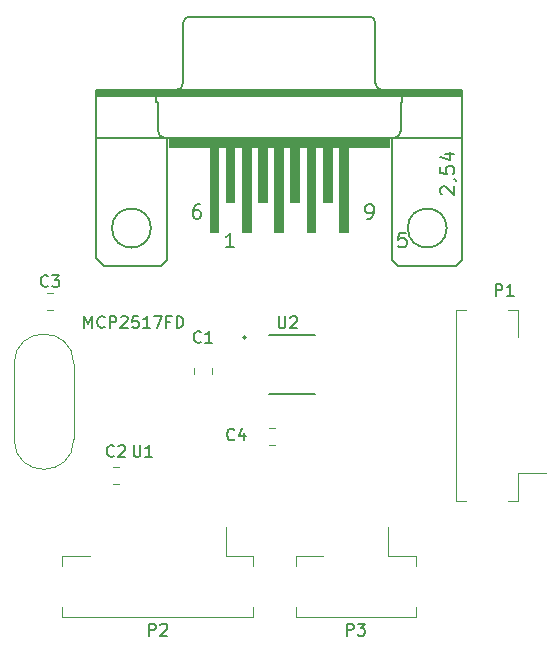
<source format=gto>
G04 #@! TF.GenerationSoftware,KiCad,Pcbnew,8.0.6*
G04 #@! TF.CreationDate,2025-01-13T19:20:44-05:00*
G04 #@! TF.ProjectId,yy_CAN_board,79795f43-414e-45f6-926f-6172642e6b69,1.0*
G04 #@! TF.SameCoordinates,Original*
G04 #@! TF.FileFunction,Legend,Top*
G04 #@! TF.FilePolarity,Positive*
%FSLAX46Y46*%
G04 Gerber Fmt 4.6, Leading zero omitted, Abs format (unit mm)*
G04 Created by KiCad (PCBNEW 8.0.6) date 2025-01-13 19:20:44*
%MOMM*%
%LPD*%
G01*
G04 APERTURE LIST*
%ADD10C,0.150000*%
%ADD11C,0.127000*%
%ADD12C,0.120000*%
%ADD13C,0.000000*%
%ADD14C,0.152400*%
%ADD15C,0.200000*%
G04 APERTURE END LIST*
D10*
X162091505Y-102040219D02*
X162091505Y-101040219D01*
X162091505Y-101040219D02*
X162472457Y-101040219D01*
X162472457Y-101040219D02*
X162567695Y-101087838D01*
X162567695Y-101087838D02*
X162615314Y-101135457D01*
X162615314Y-101135457D02*
X162662933Y-101230695D01*
X162662933Y-101230695D02*
X162662933Y-101373552D01*
X162662933Y-101373552D02*
X162615314Y-101468790D01*
X162615314Y-101468790D02*
X162567695Y-101516409D01*
X162567695Y-101516409D02*
X162472457Y-101564028D01*
X162472457Y-101564028D02*
X162091505Y-101564028D01*
X163615314Y-102040219D02*
X163043886Y-102040219D01*
X163329600Y-102040219D02*
X163329600Y-101040219D01*
X163329600Y-101040219D02*
X163234362Y-101183076D01*
X163234362Y-101183076D02*
X163139124Y-101278314D01*
X163139124Y-101278314D02*
X163043886Y-101325933D01*
X149511905Y-130804819D02*
X149511905Y-129804819D01*
X149511905Y-129804819D02*
X149892857Y-129804819D01*
X149892857Y-129804819D02*
X149988095Y-129852438D01*
X149988095Y-129852438D02*
X150035714Y-129900057D01*
X150035714Y-129900057D02*
X150083333Y-129995295D01*
X150083333Y-129995295D02*
X150083333Y-130138152D01*
X150083333Y-130138152D02*
X150035714Y-130233390D01*
X150035714Y-130233390D02*
X149988095Y-130281009D01*
X149988095Y-130281009D02*
X149892857Y-130328628D01*
X149892857Y-130328628D02*
X149511905Y-130328628D01*
X150416667Y-129804819D02*
X151035714Y-129804819D01*
X151035714Y-129804819D02*
X150702381Y-130185771D01*
X150702381Y-130185771D02*
X150845238Y-130185771D01*
X150845238Y-130185771D02*
X150940476Y-130233390D01*
X150940476Y-130233390D02*
X150988095Y-130281009D01*
X150988095Y-130281009D02*
X151035714Y-130376247D01*
X151035714Y-130376247D02*
X151035714Y-130614342D01*
X151035714Y-130614342D02*
X150988095Y-130709580D01*
X150988095Y-130709580D02*
X150940476Y-130757200D01*
X150940476Y-130757200D02*
X150845238Y-130804819D01*
X150845238Y-130804819D02*
X150559524Y-130804819D01*
X150559524Y-130804819D02*
X150464286Y-130757200D01*
X150464286Y-130757200D02*
X150416667Y-130709580D01*
X132761905Y-130804819D02*
X132761905Y-129804819D01*
X132761905Y-129804819D02*
X133142857Y-129804819D01*
X133142857Y-129804819D02*
X133238095Y-129852438D01*
X133238095Y-129852438D02*
X133285714Y-129900057D01*
X133285714Y-129900057D02*
X133333333Y-129995295D01*
X133333333Y-129995295D02*
X133333333Y-130138152D01*
X133333333Y-130138152D02*
X133285714Y-130233390D01*
X133285714Y-130233390D02*
X133238095Y-130281009D01*
X133238095Y-130281009D02*
X133142857Y-130328628D01*
X133142857Y-130328628D02*
X132761905Y-130328628D01*
X133714286Y-129900057D02*
X133761905Y-129852438D01*
X133761905Y-129852438D02*
X133857143Y-129804819D01*
X133857143Y-129804819D02*
X134095238Y-129804819D01*
X134095238Y-129804819D02*
X134190476Y-129852438D01*
X134190476Y-129852438D02*
X134238095Y-129900057D01*
X134238095Y-129900057D02*
X134285714Y-129995295D01*
X134285714Y-129995295D02*
X134285714Y-130090533D01*
X134285714Y-130090533D02*
X134238095Y-130233390D01*
X134238095Y-130233390D02*
X133666667Y-130804819D01*
X133666667Y-130804819D02*
X134285714Y-130804819D01*
X139972933Y-114184980D02*
X139925314Y-114232600D01*
X139925314Y-114232600D02*
X139782457Y-114280219D01*
X139782457Y-114280219D02*
X139687219Y-114280219D01*
X139687219Y-114280219D02*
X139544362Y-114232600D01*
X139544362Y-114232600D02*
X139449124Y-114137361D01*
X139449124Y-114137361D02*
X139401505Y-114042123D01*
X139401505Y-114042123D02*
X139353886Y-113851647D01*
X139353886Y-113851647D02*
X139353886Y-113708790D01*
X139353886Y-113708790D02*
X139401505Y-113518314D01*
X139401505Y-113518314D02*
X139449124Y-113423076D01*
X139449124Y-113423076D02*
X139544362Y-113327838D01*
X139544362Y-113327838D02*
X139687219Y-113280219D01*
X139687219Y-113280219D02*
X139782457Y-113280219D01*
X139782457Y-113280219D02*
X139925314Y-113327838D01*
X139925314Y-113327838D02*
X139972933Y-113375457D01*
X140830076Y-113613552D02*
X140830076Y-114280219D01*
X140591981Y-113232600D02*
X140353886Y-113946885D01*
X140353886Y-113946885D02*
X140972933Y-113946885D01*
D11*
X137047485Y-94304243D02*
X136817675Y-94304243D01*
X136817675Y-94304243D02*
X136702771Y-94361695D01*
X136702771Y-94361695D02*
X136645318Y-94419148D01*
X136645318Y-94419148D02*
X136530413Y-94591505D01*
X136530413Y-94591505D02*
X136472961Y-94821314D01*
X136472961Y-94821314D02*
X136472961Y-95280933D01*
X136472961Y-95280933D02*
X136530413Y-95395838D01*
X136530413Y-95395838D02*
X136587866Y-95453291D01*
X136587866Y-95453291D02*
X136702771Y-95510743D01*
X136702771Y-95510743D02*
X136932580Y-95510743D01*
X136932580Y-95510743D02*
X137047485Y-95453291D01*
X137047485Y-95453291D02*
X137104937Y-95395838D01*
X137104937Y-95395838D02*
X137162390Y-95280933D01*
X137162390Y-95280933D02*
X137162390Y-94993671D01*
X137162390Y-94993671D02*
X137104937Y-94878767D01*
X137104937Y-94878767D02*
X137047485Y-94821314D01*
X137047485Y-94821314D02*
X136932580Y-94763862D01*
X136932580Y-94763862D02*
X136702771Y-94763862D01*
X136702771Y-94763862D02*
X136587866Y-94821314D01*
X136587866Y-94821314D02*
X136530413Y-94878767D01*
X136530413Y-94878767D02*
X136472961Y-94993671D01*
X151192866Y-95510743D02*
X151422675Y-95510743D01*
X151422675Y-95510743D02*
X151537580Y-95453291D01*
X151537580Y-95453291D02*
X151595032Y-95395838D01*
X151595032Y-95395838D02*
X151709937Y-95223481D01*
X151709937Y-95223481D02*
X151767390Y-94993671D01*
X151767390Y-94993671D02*
X151767390Y-94534052D01*
X151767390Y-94534052D02*
X151709937Y-94419148D01*
X151709937Y-94419148D02*
X151652485Y-94361695D01*
X151652485Y-94361695D02*
X151537580Y-94304243D01*
X151537580Y-94304243D02*
X151307771Y-94304243D01*
X151307771Y-94304243D02*
X151192866Y-94361695D01*
X151192866Y-94361695D02*
X151135413Y-94419148D01*
X151135413Y-94419148D02*
X151077961Y-94534052D01*
X151077961Y-94534052D02*
X151077961Y-94821314D01*
X151077961Y-94821314D02*
X151135413Y-94936219D01*
X151135413Y-94936219D02*
X151192866Y-94993671D01*
X151192866Y-94993671D02*
X151307771Y-95051124D01*
X151307771Y-95051124D02*
X151537580Y-95051124D01*
X151537580Y-95051124D02*
X151652485Y-94993671D01*
X151652485Y-94993671D02*
X151709937Y-94936219D01*
X151709937Y-94936219D02*
X151767390Y-94821314D01*
X139952390Y-97920743D02*
X139262961Y-97920743D01*
X139607675Y-97920743D02*
X139607675Y-96714243D01*
X139607675Y-96714243D02*
X139492771Y-96886600D01*
X139492771Y-96886600D02*
X139377866Y-97001505D01*
X139377866Y-97001505D02*
X139262961Y-97058957D01*
X154499937Y-96714243D02*
X153925413Y-96714243D01*
X153925413Y-96714243D02*
X153867961Y-97288767D01*
X153867961Y-97288767D02*
X153925413Y-97231314D01*
X153925413Y-97231314D02*
X154040318Y-97173862D01*
X154040318Y-97173862D02*
X154327580Y-97173862D01*
X154327580Y-97173862D02*
X154442485Y-97231314D01*
X154442485Y-97231314D02*
X154499937Y-97288767D01*
X154499937Y-97288767D02*
X154557390Y-97403671D01*
X154557390Y-97403671D02*
X154557390Y-97690933D01*
X154557390Y-97690933D02*
X154499937Y-97805838D01*
X154499937Y-97805838D02*
X154442485Y-97863291D01*
X154442485Y-97863291D02*
X154327580Y-97920743D01*
X154327580Y-97920743D02*
X154040318Y-97920743D01*
X154040318Y-97920743D02*
X153925413Y-97863291D01*
X153925413Y-97863291D02*
X153867961Y-97805838D01*
X157519748Y-93446638D02*
X157462295Y-93389186D01*
X157462295Y-93389186D02*
X157404843Y-93274281D01*
X157404843Y-93274281D02*
X157404843Y-92987019D01*
X157404843Y-92987019D02*
X157462295Y-92872114D01*
X157462295Y-92872114D02*
X157519748Y-92814662D01*
X157519748Y-92814662D02*
X157634652Y-92757209D01*
X157634652Y-92757209D02*
X157749557Y-92757209D01*
X157749557Y-92757209D02*
X157921914Y-92814662D01*
X157921914Y-92814662D02*
X158611343Y-93504090D01*
X158611343Y-93504090D02*
X158611343Y-92757209D01*
X158553891Y-92182685D02*
X158611343Y-92182685D01*
X158611343Y-92182685D02*
X158726248Y-92240138D01*
X158726248Y-92240138D02*
X158783700Y-92297590D01*
X157404843Y-91091090D02*
X157404843Y-91665614D01*
X157404843Y-91665614D02*
X157979367Y-91723066D01*
X157979367Y-91723066D02*
X157921914Y-91665614D01*
X157921914Y-91665614D02*
X157864462Y-91550709D01*
X157864462Y-91550709D02*
X157864462Y-91263447D01*
X157864462Y-91263447D02*
X157921914Y-91148542D01*
X157921914Y-91148542D02*
X157979367Y-91091090D01*
X157979367Y-91091090D02*
X158094271Y-91033637D01*
X158094271Y-91033637D02*
X158381533Y-91033637D01*
X158381533Y-91033637D02*
X158496438Y-91091090D01*
X158496438Y-91091090D02*
X158553891Y-91148542D01*
X158553891Y-91148542D02*
X158611343Y-91263447D01*
X158611343Y-91263447D02*
X158611343Y-91550709D01*
X158611343Y-91550709D02*
X158553891Y-91665614D01*
X158553891Y-91665614D02*
X158496438Y-91723066D01*
X157807010Y-89999494D02*
X158611343Y-89999494D01*
X157347391Y-90286756D02*
X158209176Y-90574018D01*
X158209176Y-90574018D02*
X158209176Y-89827137D01*
D10*
X143727695Y-103783219D02*
X143727695Y-104592742D01*
X143727695Y-104592742D02*
X143775314Y-104687980D01*
X143775314Y-104687980D02*
X143822933Y-104735600D01*
X143822933Y-104735600D02*
X143918171Y-104783219D01*
X143918171Y-104783219D02*
X144108647Y-104783219D01*
X144108647Y-104783219D02*
X144203885Y-104735600D01*
X144203885Y-104735600D02*
X144251504Y-104687980D01*
X144251504Y-104687980D02*
X144299123Y-104592742D01*
X144299123Y-104592742D02*
X144299123Y-103783219D01*
X144727695Y-103878457D02*
X144775314Y-103830838D01*
X144775314Y-103830838D02*
X144870552Y-103783219D01*
X144870552Y-103783219D02*
X145108647Y-103783219D01*
X145108647Y-103783219D02*
X145203885Y-103830838D01*
X145203885Y-103830838D02*
X145251504Y-103878457D01*
X145251504Y-103878457D02*
X145299123Y-103973695D01*
X145299123Y-103973695D02*
X145299123Y-104068933D01*
X145299123Y-104068933D02*
X145251504Y-104211790D01*
X145251504Y-104211790D02*
X144680076Y-104783219D01*
X144680076Y-104783219D02*
X145299123Y-104783219D01*
X137143933Y-105924980D02*
X137096314Y-105972600D01*
X137096314Y-105972600D02*
X136953457Y-106020219D01*
X136953457Y-106020219D02*
X136858219Y-106020219D01*
X136858219Y-106020219D02*
X136715362Y-105972600D01*
X136715362Y-105972600D02*
X136620124Y-105877361D01*
X136620124Y-105877361D02*
X136572505Y-105782123D01*
X136572505Y-105782123D02*
X136524886Y-105591647D01*
X136524886Y-105591647D02*
X136524886Y-105448790D01*
X136524886Y-105448790D02*
X136572505Y-105258314D01*
X136572505Y-105258314D02*
X136620124Y-105163076D01*
X136620124Y-105163076D02*
X136715362Y-105067838D01*
X136715362Y-105067838D02*
X136858219Y-105020219D01*
X136858219Y-105020219D02*
X136953457Y-105020219D01*
X136953457Y-105020219D02*
X137096314Y-105067838D01*
X137096314Y-105067838D02*
X137143933Y-105115457D01*
X138096314Y-106020219D02*
X137524886Y-106020219D01*
X137810600Y-106020219D02*
X137810600Y-105020219D01*
X137810600Y-105020219D02*
X137715362Y-105163076D01*
X137715362Y-105163076D02*
X137620124Y-105258314D01*
X137620124Y-105258314D02*
X137524886Y-105305933D01*
X124189933Y-101196980D02*
X124142314Y-101244600D01*
X124142314Y-101244600D02*
X123999457Y-101292219D01*
X123999457Y-101292219D02*
X123904219Y-101292219D01*
X123904219Y-101292219D02*
X123761362Y-101244600D01*
X123761362Y-101244600D02*
X123666124Y-101149361D01*
X123666124Y-101149361D02*
X123618505Y-101054123D01*
X123618505Y-101054123D02*
X123570886Y-100863647D01*
X123570886Y-100863647D02*
X123570886Y-100720790D01*
X123570886Y-100720790D02*
X123618505Y-100530314D01*
X123618505Y-100530314D02*
X123666124Y-100435076D01*
X123666124Y-100435076D02*
X123761362Y-100339838D01*
X123761362Y-100339838D02*
X123904219Y-100292219D01*
X123904219Y-100292219D02*
X123999457Y-100292219D01*
X123999457Y-100292219D02*
X124142314Y-100339838D01*
X124142314Y-100339838D02*
X124189933Y-100387457D01*
X124523267Y-100292219D02*
X125142314Y-100292219D01*
X125142314Y-100292219D02*
X124808981Y-100673171D01*
X124808981Y-100673171D02*
X124951838Y-100673171D01*
X124951838Y-100673171D02*
X125047076Y-100720790D01*
X125047076Y-100720790D02*
X125094695Y-100768409D01*
X125094695Y-100768409D02*
X125142314Y-100863647D01*
X125142314Y-100863647D02*
X125142314Y-101101742D01*
X125142314Y-101101742D02*
X125094695Y-101196980D01*
X125094695Y-101196980D02*
X125047076Y-101244600D01*
X125047076Y-101244600D02*
X124951838Y-101292219D01*
X124951838Y-101292219D02*
X124666124Y-101292219D01*
X124666124Y-101292219D02*
X124570886Y-101244600D01*
X124570886Y-101244600D02*
X124523267Y-101196980D01*
X131443295Y-114672219D02*
X131443295Y-115481742D01*
X131443295Y-115481742D02*
X131490914Y-115576980D01*
X131490914Y-115576980D02*
X131538533Y-115624600D01*
X131538533Y-115624600D02*
X131633771Y-115672219D01*
X131633771Y-115672219D02*
X131824247Y-115672219D01*
X131824247Y-115672219D02*
X131919485Y-115624600D01*
X131919485Y-115624600D02*
X131967104Y-115576980D01*
X131967104Y-115576980D02*
X132014723Y-115481742D01*
X132014723Y-115481742D02*
X132014723Y-114672219D01*
X133014723Y-115672219D02*
X132443295Y-115672219D01*
X132729009Y-115672219D02*
X132729009Y-114672219D01*
X132729009Y-114672219D02*
X132633771Y-114815076D01*
X132633771Y-114815076D02*
X132538533Y-114910314D01*
X132538533Y-114910314D02*
X132443295Y-114957933D01*
X127276533Y-104750219D02*
X127276533Y-103750219D01*
X127276533Y-103750219D02*
X127609866Y-104464504D01*
X127609866Y-104464504D02*
X127943199Y-103750219D01*
X127943199Y-103750219D02*
X127943199Y-104750219D01*
X128990818Y-104654980D02*
X128943199Y-104702600D01*
X128943199Y-104702600D02*
X128800342Y-104750219D01*
X128800342Y-104750219D02*
X128705104Y-104750219D01*
X128705104Y-104750219D02*
X128562247Y-104702600D01*
X128562247Y-104702600D02*
X128467009Y-104607361D01*
X128467009Y-104607361D02*
X128419390Y-104512123D01*
X128419390Y-104512123D02*
X128371771Y-104321647D01*
X128371771Y-104321647D02*
X128371771Y-104178790D01*
X128371771Y-104178790D02*
X128419390Y-103988314D01*
X128419390Y-103988314D02*
X128467009Y-103893076D01*
X128467009Y-103893076D02*
X128562247Y-103797838D01*
X128562247Y-103797838D02*
X128705104Y-103750219D01*
X128705104Y-103750219D02*
X128800342Y-103750219D01*
X128800342Y-103750219D02*
X128943199Y-103797838D01*
X128943199Y-103797838D02*
X128990818Y-103845457D01*
X129419390Y-104750219D02*
X129419390Y-103750219D01*
X129419390Y-103750219D02*
X129800342Y-103750219D01*
X129800342Y-103750219D02*
X129895580Y-103797838D01*
X129895580Y-103797838D02*
X129943199Y-103845457D01*
X129943199Y-103845457D02*
X129990818Y-103940695D01*
X129990818Y-103940695D02*
X129990818Y-104083552D01*
X129990818Y-104083552D02*
X129943199Y-104178790D01*
X129943199Y-104178790D02*
X129895580Y-104226409D01*
X129895580Y-104226409D02*
X129800342Y-104274028D01*
X129800342Y-104274028D02*
X129419390Y-104274028D01*
X130371771Y-103845457D02*
X130419390Y-103797838D01*
X130419390Y-103797838D02*
X130514628Y-103750219D01*
X130514628Y-103750219D02*
X130752723Y-103750219D01*
X130752723Y-103750219D02*
X130847961Y-103797838D01*
X130847961Y-103797838D02*
X130895580Y-103845457D01*
X130895580Y-103845457D02*
X130943199Y-103940695D01*
X130943199Y-103940695D02*
X130943199Y-104035933D01*
X130943199Y-104035933D02*
X130895580Y-104178790D01*
X130895580Y-104178790D02*
X130324152Y-104750219D01*
X130324152Y-104750219D02*
X130943199Y-104750219D01*
X131847961Y-103750219D02*
X131371771Y-103750219D01*
X131371771Y-103750219D02*
X131324152Y-104226409D01*
X131324152Y-104226409D02*
X131371771Y-104178790D01*
X131371771Y-104178790D02*
X131467009Y-104131171D01*
X131467009Y-104131171D02*
X131705104Y-104131171D01*
X131705104Y-104131171D02*
X131800342Y-104178790D01*
X131800342Y-104178790D02*
X131847961Y-104226409D01*
X131847961Y-104226409D02*
X131895580Y-104321647D01*
X131895580Y-104321647D02*
X131895580Y-104559742D01*
X131895580Y-104559742D02*
X131847961Y-104654980D01*
X131847961Y-104654980D02*
X131800342Y-104702600D01*
X131800342Y-104702600D02*
X131705104Y-104750219D01*
X131705104Y-104750219D02*
X131467009Y-104750219D01*
X131467009Y-104750219D02*
X131371771Y-104702600D01*
X131371771Y-104702600D02*
X131324152Y-104654980D01*
X132847961Y-104750219D02*
X132276533Y-104750219D01*
X132562247Y-104750219D02*
X132562247Y-103750219D01*
X132562247Y-103750219D02*
X132467009Y-103893076D01*
X132467009Y-103893076D02*
X132371771Y-103988314D01*
X132371771Y-103988314D02*
X132276533Y-104035933D01*
X133181295Y-103750219D02*
X133847961Y-103750219D01*
X133847961Y-103750219D02*
X133419390Y-104750219D01*
X134562247Y-104226409D02*
X134228914Y-104226409D01*
X134228914Y-104750219D02*
X134228914Y-103750219D01*
X134228914Y-103750219D02*
X134705104Y-103750219D01*
X135086057Y-104750219D02*
X135086057Y-103750219D01*
X135086057Y-103750219D02*
X135324152Y-103750219D01*
X135324152Y-103750219D02*
X135467009Y-103797838D01*
X135467009Y-103797838D02*
X135562247Y-103893076D01*
X135562247Y-103893076D02*
X135609866Y-103988314D01*
X135609866Y-103988314D02*
X135657485Y-104178790D01*
X135657485Y-104178790D02*
X135657485Y-104321647D01*
X135657485Y-104321647D02*
X135609866Y-104512123D01*
X135609866Y-104512123D02*
X135562247Y-104607361D01*
X135562247Y-104607361D02*
X135467009Y-104702600D01*
X135467009Y-104702600D02*
X135324152Y-104750219D01*
X135324152Y-104750219D02*
X135086057Y-104750219D01*
X129777933Y-115576980D02*
X129730314Y-115624600D01*
X129730314Y-115624600D02*
X129587457Y-115672219D01*
X129587457Y-115672219D02*
X129492219Y-115672219D01*
X129492219Y-115672219D02*
X129349362Y-115624600D01*
X129349362Y-115624600D02*
X129254124Y-115529361D01*
X129254124Y-115529361D02*
X129206505Y-115434123D01*
X129206505Y-115434123D02*
X129158886Y-115243647D01*
X129158886Y-115243647D02*
X129158886Y-115100790D01*
X129158886Y-115100790D02*
X129206505Y-114910314D01*
X129206505Y-114910314D02*
X129254124Y-114815076D01*
X129254124Y-114815076D02*
X129349362Y-114719838D01*
X129349362Y-114719838D02*
X129492219Y-114672219D01*
X129492219Y-114672219D02*
X129587457Y-114672219D01*
X129587457Y-114672219D02*
X129730314Y-114719838D01*
X129730314Y-114719838D02*
X129777933Y-114767457D01*
X130158886Y-114767457D02*
X130206505Y-114719838D01*
X130206505Y-114719838D02*
X130301743Y-114672219D01*
X130301743Y-114672219D02*
X130539838Y-114672219D01*
X130539838Y-114672219D02*
X130635076Y-114719838D01*
X130635076Y-114719838D02*
X130682695Y-114767457D01*
X130682695Y-114767457D02*
X130730314Y-114862695D01*
X130730314Y-114862695D02*
X130730314Y-114957933D01*
X130730314Y-114957933D02*
X130682695Y-115100790D01*
X130682695Y-115100790D02*
X130111267Y-115672219D01*
X130111267Y-115672219D02*
X130730314Y-115672219D01*
D12*
X158769600Y-119370400D02*
X158769600Y-103200400D01*
X159619600Y-119370400D02*
X158769600Y-119370400D01*
X163139600Y-119370400D02*
X163989600Y-119370400D01*
X163989600Y-119370400D02*
X163989600Y-117045400D01*
X163989600Y-117045400D02*
X166379600Y-117045400D01*
X158769600Y-103200400D02*
X159619600Y-103200400D01*
X163139600Y-103200400D02*
X163989600Y-103200400D01*
X163989600Y-103200400D02*
X163989600Y-105525400D01*
X155335000Y-129260000D02*
X145165000Y-129260000D01*
X155335000Y-128410000D02*
X155335000Y-129260000D01*
X155335000Y-124890000D02*
X155335000Y-124040000D01*
X155335000Y-124040000D02*
X153010000Y-124040000D01*
X153010000Y-124040000D02*
X153010000Y-121650000D01*
X145165000Y-129260000D02*
X145165000Y-128410000D01*
X145165000Y-124890000D02*
X145165000Y-124040000D01*
X145165000Y-124040000D02*
X147490000Y-124040000D01*
X141585000Y-129260000D02*
X125415000Y-129260000D01*
X141585000Y-128410000D02*
X141585000Y-129260000D01*
X141585000Y-124890000D02*
X141585000Y-124040000D01*
X141585000Y-124040000D02*
X139260000Y-124040000D01*
X139260000Y-124040000D02*
X139260000Y-121650000D01*
X125415000Y-129260000D02*
X125415000Y-128410000D01*
X125415000Y-124890000D02*
X125415000Y-124040000D01*
X125415000Y-124040000D02*
X127740000Y-124040000D01*
X143420852Y-113200400D02*
X142898348Y-113200400D01*
X143420852Y-114670400D02*
X142898348Y-114670400D01*
D13*
G36*
X149672400Y-96681000D02*
G01*
X148859600Y-96681000D01*
X148859600Y-89442000D01*
X149672400Y-89442000D01*
X149672400Y-96681000D01*
G37*
G36*
X148300800Y-94141000D02*
G01*
X147488000Y-94141000D01*
X147488000Y-89442000D01*
X148300800Y-89442000D01*
X148300800Y-94141000D01*
G37*
G36*
X146929200Y-96681000D02*
G01*
X146116400Y-96681000D01*
X146116400Y-89442000D01*
X146929200Y-89442000D01*
X146929200Y-96681000D01*
G37*
G36*
X145532200Y-94141000D02*
G01*
X144719400Y-94141000D01*
X144719400Y-89442000D01*
X145532200Y-89442000D01*
X145532200Y-94141000D01*
G37*
G36*
X144160600Y-96681000D02*
G01*
X143347800Y-96681000D01*
X143347800Y-89442000D01*
X144160600Y-89442000D01*
X144160600Y-96681000D01*
G37*
G36*
X142814400Y-94141000D02*
G01*
X142001600Y-94141000D01*
X142001600Y-89442000D01*
X142814400Y-89442000D01*
X142814400Y-94141000D01*
G37*
G36*
X141442800Y-96681000D02*
G01*
X140630000Y-96681000D01*
X140630000Y-89442000D01*
X141442800Y-89442000D01*
X141442800Y-96681000D01*
G37*
G36*
X140071200Y-94141000D02*
G01*
X139258400Y-94141000D01*
X139258400Y-89442000D01*
X140071200Y-89442000D01*
X140071200Y-94141000D01*
G37*
G36*
X138699600Y-96681000D02*
G01*
X137886800Y-96681000D01*
X137886800Y-89442000D01*
X138699600Y-89442000D01*
X138699600Y-96681000D01*
G37*
G36*
X153050600Y-89442000D02*
G01*
X134508600Y-89442000D01*
X134508600Y-88680000D01*
X153050600Y-88680000D01*
X153050600Y-89442000D01*
G37*
G36*
X159273600Y-85124000D02*
G01*
X128285600Y-85124000D01*
X128285600Y-84616000D01*
X159273600Y-84616000D01*
X159273600Y-85124000D01*
G37*
D14*
X157952800Y-96300000D02*
G75*
G02*
X154650800Y-96300000I-1651000J0D01*
G01*
X154650800Y-96300000D02*
G75*
G02*
X157952800Y-96300000I1651000J0D01*
G01*
X132908400Y-96300000D02*
G75*
G02*
X129606400Y-96300000I-1651000J0D01*
G01*
X129606400Y-96300000D02*
G75*
G02*
X132908400Y-96300000I1651000J0D01*
G01*
X154066600Y-88045000D02*
G75*
G02*
X153431600Y-88680000I-635000J0D01*
G01*
X152542600Y-84616000D02*
G75*
G02*
X151907600Y-83981000I0J635000D01*
G01*
X151399600Y-78393000D02*
G75*
G02*
X151907600Y-78901000I0J-508000D01*
G01*
X135651600Y-83981000D02*
G75*
G02*
X135016600Y-84616000I-634999J-1D01*
G01*
X135651600Y-78901000D02*
G75*
G02*
X136159600Y-78393000I508001J-1D01*
G01*
X134127600Y-88680000D02*
G75*
G02*
X133492600Y-88045000I-1J634999D01*
G01*
X159273600Y-98967000D02*
X159273600Y-88807000D01*
X159273600Y-88680000D02*
X159273600Y-88807000D01*
X159273600Y-85632000D02*
X159273600Y-88680000D01*
X159273600Y-85124000D02*
X159273600Y-85632000D01*
X159273600Y-84616000D02*
X159273600Y-85124000D01*
X158765600Y-99475000D02*
X159273600Y-98967000D01*
X156733600Y-85124000D02*
X159273600Y-85124000D01*
X154193600Y-88680000D02*
X159273600Y-88680000D01*
X154193600Y-85632000D02*
X154193600Y-85124000D01*
X154193600Y-85124000D02*
X156733600Y-85124000D01*
X154066600Y-88045000D02*
X154066600Y-85632000D01*
X154066600Y-85632000D02*
X154193600Y-85632000D01*
X153812600Y-99475000D02*
X158765600Y-99475000D01*
X153304600Y-98967000D02*
X153812600Y-99475000D01*
X153304600Y-98967000D02*
X153304600Y-88680000D01*
X153304600Y-88680000D02*
X154193600Y-88680000D01*
X153050600Y-88680000D02*
X153304600Y-88680000D01*
X153050600Y-88680000D02*
X153050600Y-89442000D01*
X151907600Y-83981000D02*
X151907600Y-78901000D01*
X151526600Y-84616000D02*
X159273600Y-84616000D01*
X151145600Y-78393000D02*
X151399600Y-78393000D01*
X136413600Y-78393000D02*
X151145600Y-78393000D01*
X136159600Y-78393000D02*
X136413600Y-78393000D01*
X136032600Y-84616000D02*
X151526600Y-84616000D01*
X135651600Y-83981000D02*
X135651600Y-78901000D01*
X134508600Y-89442000D02*
X153050600Y-89442000D01*
X134508600Y-88680000D02*
X153050600Y-88680000D01*
X134508600Y-88680000D02*
X134508600Y-89442000D01*
X134254600Y-98967000D02*
X134254600Y-88680000D01*
X134254600Y-88680000D02*
X134508600Y-88680000D01*
X133746600Y-99475000D02*
X134254600Y-98967000D01*
X133746600Y-99475000D02*
X128920600Y-99475000D01*
X133492600Y-88045000D02*
X133492600Y-85632000D01*
X133365600Y-88680000D02*
X134254600Y-88680000D01*
X133365600Y-85632000D02*
X133492600Y-85632000D01*
X133365600Y-85632000D02*
X133365600Y-85124000D01*
X133365600Y-85124000D02*
X154193600Y-85124000D01*
X130825600Y-85124000D02*
X133365600Y-85124000D01*
X128920600Y-99475000D02*
X128285600Y-98840000D01*
X128285600Y-98840000D02*
X128285600Y-88807000D01*
X128285600Y-88680000D02*
X133365600Y-88680000D01*
X128285600Y-88680000D02*
X128285600Y-88807000D01*
X128285600Y-88680000D02*
X128285600Y-85632000D01*
X128285600Y-85632000D02*
X128285600Y-85124000D01*
X128285600Y-85124000D02*
X130825600Y-85124000D01*
X128285600Y-85124000D02*
X128285600Y-84616000D01*
X128285600Y-84616000D02*
X136032600Y-84616000D01*
D11*
X142924600Y-105340400D02*
X146824600Y-105340400D01*
X142924600Y-110390400D02*
X146824600Y-110390400D01*
D15*
X140934600Y-105560400D02*
G75*
G02*
X140734600Y-105560400I-100000J0D01*
G01*
X140734600Y-105560400D02*
G75*
G02*
X140934600Y-105560400I100000J0D01*
G01*
D12*
X136575600Y-108642152D02*
X136575600Y-108119648D01*
X138045600Y-108642152D02*
X138045600Y-108119648D01*
X124095348Y-101782400D02*
X124617852Y-101782400D01*
X124095348Y-103252400D02*
X124617852Y-103252400D01*
X121323600Y-107799400D02*
X121323600Y-114199400D01*
X126373600Y-107799400D02*
X126373600Y-114199400D01*
X121323600Y-107799400D02*
G75*
G02*
X126373600Y-107799400I2525000J0D01*
G01*
X126373600Y-114199400D02*
G75*
G02*
X121323600Y-114199400I-2525000J0D01*
G01*
X130205852Y-116514400D02*
X129683348Y-116514400D01*
X130205852Y-117984400D02*
X129683348Y-117984400D01*
M02*

</source>
